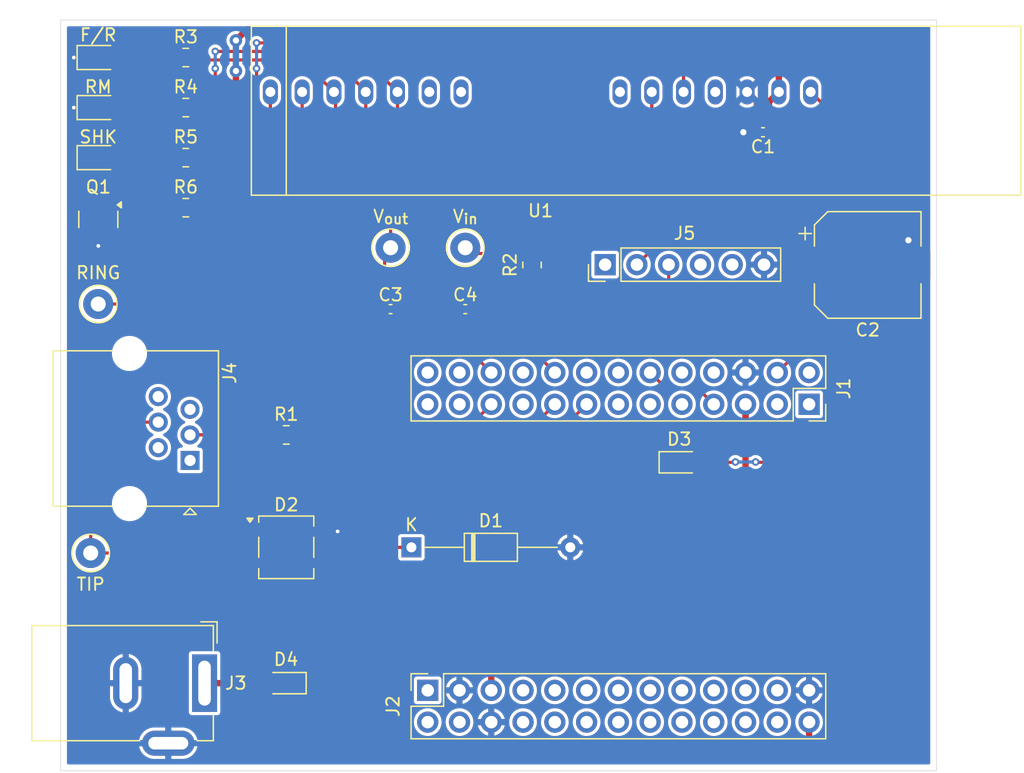
<source format=kicad_pcb>
(kicad_pcb (version 20240108) (generator "pcbnew") (generator_version "8.0")
  (layers (0 "F.Cu" signal) (31 "B.Cu" signal) (34 "B.Paste" user) (35 "F.Paste" user) (36 "B.SilkS" user "B.Silkscreen") (37 "F.SilkS" user "F.Silkscreen") (38 "B.Mask" user) (39 "F.Mask" user) (44 "Edge.Cuts" user))
  (net 0 "")
  (net 1 "/DAC")
  (net 2 "Net-(C4-Pad2)")
  (net 3 "/RING")
  (net 4 "/TIP")
  (net 5 "Net-(D1-K)")
  (net 6 "GND")
  (net 7 "/ADC")
  (net 8 "Net-(D3-A)")
  (net 9 "Net-(D3-K)")
  (net 10 "+3V3")
  (net 15 "/RM")
  (net 16 "/UART_TX")
  (net 19 "/F{slash}R")
  (net 23 "/SHK")
  (net 25 "/UART_RX")
  (net 48 "+5V")
  (net 49 "Net-(Q1-B)")
  (net 50 "Net-(LED1-A)")
  (net 51 "Net-(LED2-A)")
  (net 52 "Net-(LED3-K)")
  (net 53 "Net-(LED3-A)")
  (net 55 "Net-(D4-A)")
  (net 60 "Net-(U1-V_{in})")
  (net 61 "Net-(U1-V_{out})")
  (footprint "LED_SMD:LED_0805_2012Metric" (layer "F.Cu") (at 113.03 68.03)
    (property "Reference" "LED1" (hide yes))
    (property "Value" "F/R" (at 0 -1.8 0) (layer "F.SilkS"))
    (fp_line (start -1.685 -0.96) (end -1.685 0.96) (stroke (width 0.12)) (layer "F.SilkS"))
    (fp_line (start -1.685 0.96) (end 1 0.96) (stroke (width 0.12)) (layer "F.SilkS"))
    (fp_line (start 1 -0.96) (end -1.685 -0.96) (stroke (width 0.12)) (layer "F.SilkS"))
    (pad "1" smd roundrect (at -0.9375 0) (size 0.975 1.4) (layers "F.Cu" "F.Paste" "F.Mask") (net 6 "GND"))
    (pad "2" smd roundrect (at 0.9375 0) (size 0.975 1.4) (layers "F.Cu" "F.Paste" "F.Mask") (net 50 "Net-(LED1-A)"))
  )
  (footprint "Resistor_SMD:R_0805_2012Metric" (layer "F.Cu") (at 120.03 80.03)
    (property "Reference" "R6" (at 0 -1.65 0) (layer "F.SilkS"))
    (property "Value" "4k7")
    (fp_line (start -0.227064 -0.735) (end 0.227064 -0.735) (stroke (width 0.12)) (layer "F.SilkS"))
    (fp_line (start -0.227064 0.735) (end 0.227064 0.735) (stroke (width 0.12)) (layer "F.SilkS"))
    (pad "1" smd roundrect (at -0.9125 0) (size 1.025 1.4) (layers "F.Cu" "F.Paste" "F.Mask") (roundrect_rratio 0.243902) (net 49 "Net-(Q1-B)"))
    (pad "2" smd roundrect (at 0.9125 0) (size 1.025 1.4) (layers "F.Cu" "F.Paste" "F.Mask") (roundrect_rratio 0.243902) (net 23 "/SHK"))
  )
  (footprint "Capacitor_SMD:C_0402_1005Metric" (layer "F.Cu") (at 142.367 88.138)
    (property "Reference" "C4" (at 0 -1.143 180) (layer "F.SilkS"))
    (property "Value" "100n")
    (fp_line (start -0.107836 -0.36) (end 0.107836 -0.36) (stroke (width 0.12)) (layer "F.SilkS"))
    (fp_line (start -0.107836 0.36) (end 0.107836 0.36) (stroke (width 0.12)) (layer "F.SilkS"))
    (pad "1" smd roundrect (at -0.48 0) (size 0.56 0.62) (layers "F.Cu" "F.Paste" "F.Mask") (net 1 "/DAC"))
    (pad "2" smd roundrect (at 0.48 0) (size 0.56 0.62) (layers "F.Cu" "F.Paste" "F.Mask") (net 2 "Net-(C4-Pad2)"))
  )
  (footprint "Resistor_SMD:R_0805_2012Metric" (layer "F.Cu") (at 120.03 68.03)
    (property "Reference" "R3" (at 0 -1.65 0) (layer "F.SilkS"))
    (property "Value" "1k")
    (fp_line (start -0.227064 -0.735) (end 0.227064 -0.735) (stroke (width 0.12)) (layer "F.SilkS"))
    (fp_line (start -0.227064 0.735) (end 0.227064 0.735) (stroke (width 0.12)) (layer "F.SilkS"))
    (pad "1" smd roundrect (at -0.9125 0) (size 1.025 1.4) (layers "F.Cu" "F.Paste" "F.Mask") (roundrect_rratio 0.243902) (net 50 "Net-(LED1-A)"))
    (pad "2" smd roundrect (at 0.9125 0) (size 1.025 1.4) (layers "F.Cu" "F.Paste" "F.Mask") (roundrect_rratio 0.243902) (net 19 "/F{slash}R"))
  )
  (footprint "Diode_SMD:D_SOD-323" (layer "F.Cu") (at 128.04 118.03 180)
    (property "Reference" "D4" (at 0 1.9 0) (layer "F.SilkS"))
    (property "Value" "1N5819WS")
    (fp_line (start -1.61 0.85) (end 1.05 0.85) (stroke (width 0.12)) (layer "F.SilkS"))
    (fp_line (start -1.61 -0.85) (end 1.05 -0.85) (stroke (width 0.12)) (layer "F.SilkS"))
    (fp_line (start -1.61 -0.85) (end -1.61 0.85) (stroke (width 0.12)) (layer "F.SilkS"))
    (pad "1" smd roundrect (at -1.05 0 180) (size 0.6 0.45) (layers "F.Cu" "F.Paste" "F.Mask") (net 48 "+5V"))
    (pad "2" smd roundrect (at 1.05 0 180) (size 0.6 0.45) (layers "F.Cu" "F.Paste" "F.Mask") (net 55 "Net-(D4-A)"))
  )
  (footprint "Capacitor_SMD:C_0402_1005Metric" (layer "F.Cu") (at 166.16 74 180)
    (property "Reference" "C1" (at 0 -1.16 0) (layer "F.SilkS"))
    (property "Value" "10u")
    (fp_line (start -0.107836 0.36) (end 0.107836 0.36) (stroke (width 0.12)) (layer "F.SilkS"))
    (fp_line (start -0.107836 -0.36) (end 0.107836 -0.36) (stroke (width 0.12)) (layer "F.SilkS"))
    (pad "1" smd roundrect (at -0.48 0 180) (size 0.56 0.62) (layers "F.Cu" "F.Paste" "F.Mask") (net 10 "+3V3"))
    (pad "2" smd roundrect (at 0.48 0 180) (size 0.56 0.62) (layers "F.Cu" "F.Paste" "F.Mask") (net 6 "GND"))
  )
  (footprint "Connector_BarrelJack:BarrelJack_GCT_DCJ200-10-A_Horizontal" (layer "F.Cu") (at 121.53 118.03 -90)
    (property "Reference" "J3" (at 0 -2.5 180) (layer "F.SilkS"))
    (property "Value" "Barrel_Jack_Switch")
    (fp_line (start -4.6 13.8) (end -4.6 -0.7) (stroke (width 0.12)) (layer "F.SilkS"))
    (fp_line (start 4.6 13.8) (end -4.6 13.8) (stroke (width 0.12)) (layer "F.SilkS"))
    (fp_line (start 4.6 5.2) (end 4.6 13.8) (stroke (width 0.12)) (layer "F.SilkS"))
    (fp_line (start -4.6 -0.7) (end -2.6 -0.7) (stroke (width 0.12)) (layer "F.SilkS"))
    (fp_line (start 2.6 -0.7) (end 4.6 -0.7) (stroke (width 0.12)) (layer "F.SilkS"))
    (fp_line (start 4.6 -0.7) (end 4.6 0.6) (stroke (width 0.12)) (layer "F.SilkS"))
    (fp_line (start -4.9 -1) (end -4.9 0.3) (stroke (width 0.12)) (layer "F.SilkS"))
    (fp_line (start -3.2 -1) (end -4.9 -1) (stroke (width 0.12)) (layer "F.SilkS"))
    (pad "1" thru_hole rect (at 0 0 270) (size 4.6 2) (drill oval 3.6 1) (layers "*.Cu" "*.Mask") (net 55 "Net-(D4-A)"))
    (pad "2" thru_hole oval (at 0 6.3 270) (size 4.2 2) (drill oval 3.2 1) (layers "*.Cu" "*.Mask") (net 6 "GND"))
    (pad "3" thru_hole oval (at 4.8 2.9 270) (size 2 4.2) (drill oval 1 3.2) (layers "*.Cu" "*.Mask") (net 6 "GND"))
  )
  (footprint "Connector_Pin:Pin_D1.0mm_L10.0mm_LooseFit" (layer "F.Cu") (at 136.398 83.23)
    (property "Reference" "TP3" (hide yes))
    (property "Value" "V_{out}" (at 0 -2.5 0) (layer "F.SilkS"))
    (fp_circle (center 0 0) (end 1.5 0.05) (stroke (width 0.12)) (fill none) (layer "F.SilkS"))
    (pad "1" thru_hole circle (at 0 0) (size 2.4 2.4) (drill 1.2) (layers "*.Cu" "*.Mask") (net 61 "Net-(U1-V_{out})"))
  )
  (footprint "Diode_SMD:D_SOD-323" (layer "F.Cu") (at 159.47 100.38)
    (property "Reference" "D3" (at 0 -1.85 0) (layer "F.SilkS"))
    (property "Value" "BAS16")
    (fp_line (start -1.61 -0.85) (end -1.61 0.85) (stroke (width 0.12)) (layer "F.SilkS"))
    (fp_line (start -1.61 -0.85) (end 1.05 -0.85) (stroke (width 0.12)) (layer "F.SilkS"))
    (fp_line (start -1.61 0.85) (end 1.05 0.85) (stroke (width 0.12)) (layer "F.SilkS"))
    (pad "1" smd roundrect (at -1.05 0) (size 0.6 0.45) (layers "F.Cu" "F.Paste" "F.Mask") (net 9 "Net-(D3-K)"))
    (pad "2" smd roundrect (at 1.05 0) (size 0.6 0.45) (layers "F.Cu" "F.Paste" "F.Mask") (net 8 "Net-(D3-A)"))
  )
  (footprint "Resistor_SMD:R_0805_2012Metric" (layer "F.Cu") (at 128.06 98.19)
    (property "Reference" "R1" (at 0 -1.65 0) (layer "F.SilkS"))
    (property "Value" "39k")
    (fp_line (start -0.227064 -0.735) (end 0.227064 -0.735) (stroke (width 0.12)) (layer "F.SilkS"))
    (fp_line (start -0.227064 0.735) (end 0.227064 0.735) (stroke (width 0.12)) (layer "F.SilkS"))
    (pad "1" smd roundrect (at -0.9125 0) (size 1.025 1.4) (layers "F.Cu" "F.Paste" "F.Mask") (roundrect_rratio 0.243902) (net 3 "/RING"))
    (pad "2" smd roundrect (at 0.9125 0) (size 1.025 1.4) (layers "F.Cu" "F.Paste" "F.Mask") (roundrect_rratio 0.243902) (net 4 "/TIP"))
  )
  (footprint "LED_SMD:LED_0805_2012Metric" (layer "F.Cu") (at 113.03 72.03)
    (property "Reference" "LED2" (hide yes))
    (property "Value" "RM" (at 0 -1.65 0) (layer "F.SilkS"))
    (fp_line (start -1.685 -0.96) (end -1.685 0.96) (stroke (width 0.12)) (layer "F.SilkS"))
    (fp_line (start -1.685 0.96) (end 1 0.96) (stroke (width 0.12)) (layer "F.SilkS"))
    (fp_line (start 1 -0.96) (end -1.685 -0.96) (stroke (width 0.12)) (layer "F.SilkS"))
    (pad "1" smd roundrect (at -0.9375 0) (size 0.975 1.4) (layers "F.Cu" "F.Paste" "F.Mask") (net 6 "GND"))
    (pad "2" smd roundrect (at 0.9375 0) (size 0.975 1.4) (layers "F.Cu" "F.Paste" "F.Mask") (net 51 "Net-(LED2-A)"))
  )
  (footprint "Diode_THT:D_DO-35_SOD27_P12.70mm_Horizontal" (layer "F.Cu") (at 138.06 107.175)
    (property "Reference" "D1" (at 6.35 -2.12 0) (layer "F.SilkS"))
    (property "Value" "BZT03C82")
    (fp_line (start 1.04 0) (end 4.23 0) (stroke (width 0.12)) (layer "F.SilkS"))
    (fp_line (start 4.23 -1.12) (end 4.23 1.12) (stroke (width 0.12)) (layer "F.SilkS"))
    (fp_line (start 4.23 1.12) (end 8.47 1.12) (stroke (width 0.12)) (layer "F.SilkS"))
    (fp_line (start 4.83 -1.12) (end 4.83 1.12) (stroke (width 0.12)) (layer "F.SilkS"))
    (fp_line (start 4.95 -1.12) (end 4.95 1.12) (stroke (width 0.12)) (layer "F.SilkS"))
    (fp_line (start 5.07 -1.12) (end 5.07 1.12) (stroke (width 0.12)) (layer "F.SilkS"))
    (fp_line (start 8.47 -1.12) (end 4.23 -1.12) (stroke (width 0.12)) (layer "F.SilkS"))
    (fp_line (start 8.47 1.12) (end 8.47 -1.12) (stroke (width 0.12)) (layer "F.SilkS"))
    (fp_line (start 11.66 0) (end 8.47 0) (stroke (width 0.12)) (layer "F.SilkS"))
    (fp_text user "K" (at 0 -1.8 0) (layer "F.SilkS"))
    (pad "1" thru_hole rect (at 0 0) (size 1.6 1.6) (drill 0.8) (layers "*.Cu" "*.Mask") (net 5 "Net-(D1-K)"))
    (pad "2" thru_hole oval (at 12.7 0) (size 1.6 1.6) (drill 0.8) (layers "*.Cu" "*.Mask") (net 6 "GND"))
  )
  (footprint "Connector_PinHeader_2.54mm:PinHeader_1x06_P2.54mm_Vertical" (layer "F.Cu") (at 153.543 84.582 90)
    (property "Reference" "J5" (at 2.5 6.35 0) (layer "F.SilkS"))
    (property "Value" "FTDI")
    (fp_line (start -1.33 -1.33) (end 0 -1.33) (stroke (width 0.12)) (layer "F.SilkS"))
    (fp_line (start -1.33 0) (end -1.33 -1.33) (stroke (width 0.12)) (layer "F.SilkS"))
    (fp_line (start 1.33 1.27) (end 1.33 14.03) (stroke (width 0.12)) (layer "F.SilkS"))
    (fp_line (start -1.33 1.27) (end 1.33 1.27) (stroke (width 0.12)) (layer "F.SilkS"))
    (fp_line (start -1.33 1.27) (end -1.33 14.03) (stroke (width 0.12)) (layer "F.SilkS"))
    (fp_line (start -1.33 14.03) (end 1.33 14.03) (stroke (width 0.12)) (layer "F.SilkS"))
    (pad "1" thru_hole rect (at 0 0 90) (size 1.7 1.7) (drill 1) (layers "*.Cu" "*.Mask"))
    (pad "2" thru_hole oval (at 0 2.54 90) (size 1.7 1.7) (drill 1) (layers "*.Cu" "*.Mask") (net 16 "/UART_TX"))
    (pad "3" thru_hole oval (at 0 5.08 90) (size 1.7 1.7) (drill 1) (layers "*.Cu" "*.Mask") (net 25 "/UART_RX"))
    (pad "4" thru_hole oval (at 0 7.62 90) (size 1.7 1.7) (drill 1) (layers "*.Cu" "*.Mask"))
    (pad "5" thru_hole oval (at 0 10.16 90) (size 1.7 1.7) (drill 1) (layers "*.Cu" "*.Mask"))
    (pad "6" thru_hole oval (at 0 12.7 90) (size 1.7 1.7) (drill 1) (layers "*.Cu" "*.Mask") (net 6 "GND"))
  )
  (footprint "Resistor_SMD:R_0805_2012Metric" (layer "F.Cu") (at 120.03 76.03)
    (property "Reference" "R5" (at 0 -1.65 0) (layer "F.SilkS"))
    (property "Value" "1k")
    (fp_line (start -0.227064 -0.735) (end 0.227064 -0.735) (stroke (width 0.12)) (layer "F.SilkS"))
    (fp_line (start -0.227064 0.735) (end 0.227064 0.735) (stroke (width 0.12)) (layer "F.SilkS"))
    (pad "1" smd roundrect (at -0.9125 0) (size 1.025 1.4) (layers "F.Cu" "F.Paste" "F.Mask") (roundrect_rratio 0.243902) (net 53 "Net-(LED3-A)"))
    (pad "2" smd roundrect (at 0.9125 0) (size 1.025 1.4) (layers "F.Cu" "F.Paste" "F.Mask") (roundrect_rratio 0.243902) (net 10 "+3V3"))
  )
  (footprint "Connector_PinSocket_2.54mm:PinSocket_2x13_P2.54mm_Vertical" (layer "F.Cu") (at 169.845 95.745 -90)
    (property "Reference" "J1" (at -1.27 -2.77 90) (layer "F.SilkS"))
    (property "Value" "EXT1")
    (fp_line (start -3.87 31.81) (end 1.33 31.81) (stroke (width 0.12)) (layer "F.SilkS"))
    (fp_line (start -1.27 1.27) (end 1.33 1.27) (stroke (width 0.12)) (layer "F.SilkS"))
    (fp_line (start 1.33 1.27) (end 1.33 31.81) (stroke (width 0.12)) (layer "F.SilkS"))
    (fp_line (start -3.87 -1.33) (end -3.87 31.81) (stroke (width 0.12)) (layer "F.SilkS"))
    (fp_line (start -3.87 -1.33) (end -1.27 -1.33) (stroke (width 0.12)) (layer "F.SilkS"))
    (fp_line (start -1.27 -1.33) (end -1.27 1.27) (stroke (width 0.12)) (layer "F.SilkS"))
    (fp_line (start 0 -1.33) (end 1.33 -1.33) (stroke (width 0.12)) (layer "F.SilkS"))
    (fp_line (start 1.33 -1.33) (end 1.33 0) (stroke (width 0.12)) (layer "F.SilkS"))
    (pad "1" thru_hole rect (at 0 0 270) (size 1.7 1.7) (drill 1) (layers "*.Cu" "*.Mask"))
    (pad "2" thru_hole oval (at -2.54 0 270) (size 1.7 1.7) (drill 1) (layers "*.Cu" "*.Mask"))
    (pad "3" thru_hole oval (at 0 2.54 270) (size 1.7 1.7) (drill 1) (layers "*.Cu" "*.Mask"))
    (pad "4" thru_hole oval (at -2.54 2.54 270) (size 1.7 1.7) (drill 1) (layers "*.Cu" "*.Mask") (net 16 "/UART_TX"))
    (pad "5" thru_hole oval (at 0 5.08 270) (size 1.7 1.7) (drill 1) (layers "*.Cu" "*.Mask") (net 10 "+3V3"))
    (pad "6" thru_hole oval (at -2.54 5.08 270) (size 1.7 1.7) (drill 1) (layers "*.Cu" "*.Mask") (net 6 "GND"))
    (pad "7" thru_hole oval (at 0 7.62 270) (size 1.7 1.7) (drill 1) (layers "*.Cu" "*.Mask") (net 25 "/UART_RX"))
    (pad "8" thru_hole oval (at -2.54 7.62 270) (size 1.7 1.7) (drill 1) (layers "*.Cu" "*.Mask"))
    (pad "9" thru_hole oval (at 0 10.16 270) (size 1.7 1.7) (drill 1) (layers "*.Cu" "*.Mask"))
    (pad "10" thru_hole oval (at -2.54 10.16 270) (size 1.7 1.7) (drill 1) (layers "*.Cu" "*.Mask"))
    (pad "11" thru_hole oval (at 0 12.7 270) (size 1.7 1.7) (drill 1) (layers "*.Cu" "*.Mask"))
    (pad "12" thru_hole oval (at -2.54 12.7 270) (size 1.7 1.7) (drill 1) (layers "*.Cu" "*.Mask") (net 9 "Net-(D3-K)"))
    (pad "13" thru_hole oval (at 0 15.24 270) (size 1.7 1.7) (drill 1) (layers "*.Cu" "*.Mask"))
    (pad "14" thru_hole oval (at -2.54 15.24 270) (size 1.7 1.7) (drill 1) (layers "*.Cu" "*.Mask"))
    (pad "15" thru_hole oval (at 0 17.78 270) (size 1.7 1.7) (drill 1) (layers "*.Cu" "*.Mask") (net 19 "/F{slash}R"))
    (pad "16" thru_hole oval (at -2.54 17.78 270) (size 1.7 1.7) (drill 1) (layers "*.Cu" "*.Mask"))
    (pad "17" thru_hole oval (at 0 20.32 270) (size 1.7 1.7) (drill 1) (layers "*.Cu" "*.Mask") (net 15 "/RM"))
    (pad "18" thru_hole oval (at -2.54 20.32 270) (size 1.7 1.7) (drill 1) (layers "*.Cu" "*.Mask") (net 1 "/DAC"))
    (pad "19" thru_hole oval (at 0 22.86 270) (size 1.7 1.7) (drill 1) (layers "*.Cu" "*.Mask"))
    (pad "20" thru_hole oval (at -2.54 22.86 270) (size 1.7 1.7) (drill 1) (layers "*.Cu" "*.Mask"))
    (pad "21" thru_hole oval (at 0 25.4 270) (size 1.7 1.7) (drill 1) (layers "*.Cu" "*.Mask") (net 23 "/SHK"))
    (pad "22" thru_hole oval (at -2.54 25.4 270) (size 1.7 1.7) (drill 1) (layers "*.Cu" "*.Mask") (net 7 "/ADC"))
    (pad "23" thru_hole oval (at 0 27.94 270) (size 1.7 1.7) (drill 1) (layers "*.Cu" "*.Mask"))
    (pad "24" thru_hole oval (at -2.54 27.94 270) (size 1.7 1.7) (drill 1) (layers "*.Cu" "*.Mask"))
    (pad "25" thru_hole oval (at 0 30.48 270) (size 1.7 1.7) (drill 1) (layers "*.Cu" "*.Mask"))
    (pad "26" thru_hole oval (at -2.54 30.48 270) (size 1.7 1.7) (drill 1) (layers "*.Cu" "*.Mask"))
  )
  (footprint "Local:Ag1171" (layer "F.Cu") (at 148.38 70.78)
    (property "Reference" "U1" (at 0 9.5 0) (layer "F.SilkS"))
    (property "Value" "Ag1171")
    (fp_line (start -23.11 -5.25) (end 38.39 -5.25) (stroke (width 0.12)) (layer "F.SilkS"))
    (fp_line (start -23.11 8.25) (end -23.11 -5.25) (stroke (width 0.12)) (layer "F.SilkS"))
    (fp_line (start -20.32 -5.25) (end -20.32 8.25) (stroke (width 0.12)) (layer "F.SilkS"))
    (fp_line (start 38.39 -5.25) (end 38.39 8.25) (stroke (width 0.12)) (layer "F.SilkS"))
    (fp_line (start 38.39 8.25) (end -23.11 8.25) (stroke (width 0.12)) (layer "F.SilkS"))
    (pad "1" thru_hole oval (at -21.59 0) (size 1.2 2) (drill 0.8) (layers "*.Cu" "*.Mask") (net 3 "/RING"))
    (pad "2" thru_hole oval (at -19.05 0) (size 1.2 2) (drill 0.8) (layers "*.Cu" "*.Mask") (net 4 "/TIP"))
    (pad "3" thru_hole oval (at -16.51 0) (size 1.2 2) (drill 0.8) (layers "*.Cu" "*.Mask") (net 19 "/F{slash}R"))
    (pad "4" thru_hole oval (at -13.97 0) (size 1.2 2) (drill 0.8) (layers "*.Cu" "*.Mask") (net 15 "/RM"))
    (pad "5" thru_hole oval (at -11.43 0) (size 1.2 2) (drill 0.8) (layers "*.Cu" "*.Mask") (net 23 "/SHK"))
    (pad "6" thru_hole oval (at -8.89 0) (size 1.2 2) (drill 0.8) (layers "*.Cu" "*.Mask"))
    (pad "7" thru_hole oval (at -6.35 0) (size 1.2 2) (drill 0.8) (layers "*.Cu" "*.Mask"))
    (pad "8" thru_hole oval (at 6.35 0) (size 1.2 2) (drill 0.8) (layers "*.Cu" "*.Mask"))
    (pad "9" thru_hole oval (at 8.89 0) (size 1.2 2) (drill 0.8) (layers "*.Cu" "*.Mask") (net 60 "Net-(U1-V_{in})"))
    (pad "10" thru_hole oval (at 11.43 0) (size 1.2 2) (drill 0.8) (layers "*.Cu" "*.Mask") (net 61 "Net-(U1-V_{out})"))
    (pad "11" thru_hole oval (at 13.97 0) (size 1.2 2) (drill 0.8) (layers "*.Cu" "*.Mask"))
    (pad "12" thru_hole oval (at 16.51 0) (size 1.2 2) (drill 0.8) (layers "*.Cu" "*.Mask") (net 6 "GND"))
    (pad "13" thru_hole oval (at 19.05 0) (size 1.2 2) (drill 0.8) (layers "*.Cu" "*.Mask") (net 10 "+3V3"))
    (pad "14" thru_hole oval (at 21.59 0) (size 1.2 2) (drill 0.8) (layers "*.Cu" "*.Mask") (net 8 "Net-(D3-A)"))
  )
  (footprint "Resistor_SMD:R_0805_2012Metric" (layer "F.Cu") (at 120.03 72.03)
    (property "Reference" "R4" (at 0 -1.65 0) (layer "F.SilkS"))
    (property "Value" "1k")
    (fp_line (start -0.227064 -0.735) (end 0.227064 -0.735) (stroke (width 0.12)) (layer "F.SilkS"))
    (fp_line (start -0.227064 0.735) (end 0.227064 0.735) (stroke (width 0.12)) (layer "F.SilkS"))
    (pad "1" smd roundrect (at -0.9125 0) (size 1.025 1.4) (layers "F.Cu" "F.Paste" "F.Mask") (roundrect_rratio 0.243902) (net 51 "Net-(LED2-A)"))
    (pad "2" smd roundrect (at 0.9125 0) (size 1.025 1.4) (layers "F.Cu" "F.Paste" "F.Mask") (roundrect_rratio 0.243902) (net 15 "/RM"))
  )
  (footprint "Resistor_SMD:R_0805_2012Metric" (layer "F.Cu") (at 147.701 84.607 90)
    (property "Reference" "R2" (at 0 -1.75 90) (layer "F.SilkS"))
    (property "Value" "4k7")
    (fp_line (start -0.227064 -0.735) (end 0.227064 -0.735) (stroke (width 0.12)) (layer "F.SilkS"))
    (fp_line (start -0.227064 0.735) (end 0.227064 0.735) (stroke (width 0.12)) (layer "F.SilkS"))
    (pad "1" smd roundrect (at -0.9125 0 90) (size 1.025 1.4) (layers "F.Cu" "F.Paste" "F.Mask") (roundrect_rratio 0.243902) (net 2 "Net-(C4-Pad2)"))
    (pad "2" smd roundrect (at 0.9125 0 90) (size 1.025 1.4) (layers "F.Cu" "F.Paste" "F.Mask") (roundrect_rratio 0.243902) (net 60 "Net-(U1-V_{in})"))
  )
  (footprint "Connector_PinSocket_2.54mm:PinSocket_2x13_P2.54mm_Vertical" (layer "F.Cu") (at 139.365 118.605 90)
    (property "Reference" "J2" (at -1.27 -2.77 90) (layer "F.SilkS"))
    (property "Value" "EXT2")
    (fp_line (start 1.33 -1.33) (end 1.33 0) (stroke (width 0.12)) (layer "F.SilkS"))
    (fp_line (start 0 -1.33) (end 1.33 -1.33) (stroke (width 0.12)) (layer "F.SilkS"))
    (fp_line (start -1.27 -1.33) (end -1.27 1.27) (stroke (width 0.12)) (layer "F.SilkS"))
    (fp_line (start -3.87 -1.33) (end -1.27 -1.33) (stroke (width 0.12)) (layer "F.SilkS"))
    (fp_line (start -3.87 -1.33) (end -3.87 31.81) (stroke (width 0.12)) (layer "F.SilkS"))
    (fp_line (start 1.33 1.27) (end 1.33 31.81) (stroke (width 0.12)) (layer "F.SilkS"))
    (fp_line (start -1.27 1.27) (end 1.33 1.27) (stroke (width 0.12)) (layer "F.SilkS"))
    (fp_line (start -3.87 31.81) (end 1.33 31.81) (stroke (width 0.12)) (layer "F.SilkS"))
    (pad "1" thru_hole rect (at 0 0 90) (size 1.7 1.7) (drill 1) (layers "*.Cu" "*.Mask"))
    (pad "2" thru_hole oval (at -2.54 0 90) (size 1.7 1.7) (drill 1) (layers "*.Cu" "*.Mask"))
    (pad "3" thru_hole oval (at 0 2.54 90) (size 1.7 1.7) (drill 1) (layers "*.Cu" "*.Mask") (net 6 "GND"))
    (pad "4" thru_hole oval (at -2.54 2.54 90) (size 1.7 1.7) (drill 1) (layers "*.Cu" "*.Mask"))
    (pad "5" thru_hole oval (at 0 5.08 90) (size 1.7 1.7) (drill 1) (layers "*.Cu" "*.Mask") (net 10 "+3V3"))
    (pad "6" thru_hole oval (at -2.54 5.08 90) (size 1.7 1.7) (drill 1) (layers "*.Cu" "*.Mask") (net 6 "GND"))
    (pad "7" thru_hole oval (at 0 7.62 90) (size 1.7 1.7) (drill 1) (layers "*.Cu" "*.Mask"))
    (pad "8" thru_hole oval (at -2.54 7.62 90) (size 1.7 1.7) (drill 1) (layers "*.Cu" "*.Mask"))
    (pad "9" thru_hole oval (at 0 10.16 90) (size 1.7 1.7) (drill 1) (layers "*.Cu" "*.Mask"))
    (pad "10" thru_hole oval (at -2.54 10.16 90) (size 1.7 1.7) (drill 1) (layers "*.Cu" "*.Mask"))
    (pad "11" thru_hole oval (at 0 12.7 90) (size 1.7 1.7) (drill 1) (layers "*.Cu" "*.Mask"))
    (pad "12" thru_hole oval (at -2.54 12.7 90) (size 1.7 1.7) (drill 1) (layers "*.Cu" "*.Mask"))
    (pad "13" thru_hole oval (at 0 15.24 90) (size 1.7 1.7) (drill 1) (layers "*.Cu" "*.Mask"))
    (pad "14" thru_hole oval (at -2.54 15.24 90) (size 1.7 1.7) (drill 1) (layers "*.Cu" "*.Mask"))
    (pad "15" thru_hole oval (at 0 17.78 90) (size 1.7 1.7) (drill 1) (layers "*.Cu" "*.Mask"))
    (pad "16" thru_hole oval (at -2.54 17.78 90) (size 1.7 1.7) (drill 1) (layers "*.Cu" "*.Mask"))
    (pad "17" thru_hole oval (at 0 20.32 90) (size 1.7 1.7) (drill 1) (layers "*.Cu" "*.Mask"))
    (pad "18" thru_hole oval (at -2.54 20.32 90) (size 1.7 1.7) (drill 1) (layers "*.Cu" "*.Mask"))
    (pad "19" thru_hole oval (at 0 22.86 90) (size 1.7 1.7) (drill 1) (layers "*.Cu" "*.Mask"))
    (pad "20" thru_hole oval (at -2.54 22.86 90) (size 1.7 1.7) (drill 1) (layers "*.Cu" "*.Mask"))
    (pad "21" thru_hole oval (at 0 25.4 90) (size 1.7 1.7) (drill 1) (layers "*.Cu" "*.Mask"))
    (pad "22" thru_hole oval (at -2.54 25.4 90) (size 1.7 1.7) (drill 1) (layers "*.Cu" "*.Mask"))
    (pad "23" thru_hole oval (at 0 27.94 90) (size 1.7 1.7) (drill 1) (layers "*.Cu" "*.Mask"))
    (pad "24" thru_hole oval (at -2.54 27.94 90) (size 1.7 1.7) (drill 1) (layers "*.Cu" "*.Mask"))
    (pad "25" thru_hole oval (at 0 30.48 90) (size 1.7 1.7) (drill 1) (layers "*.Cu" "*.Mask") (net 6 "GND"))
    (pad "26" thru_hole oval (at -2.54 30.48 90) (size 1.7 1.7) (drill 1) (layers "*.Cu" "*.Mask") (net 48 "+5V"))
  )
  (footprint "Connector_Pin:Pin_D1.0mm_L10.0mm_LooseFit" (layer "F.Cu") (at 113.03 87.73)
    (property "Reference" "TP2" (hide yes))
    (property "Value" "RING" (at 0 -2.5 0) (layer "F.SilkS"))
    (fp_circle (center 0 0) (end 1.5 0.05) (stroke (width 0.12)) (fill none) (layer "F.SilkS"))
    (pad "1" thru_hole circle (at 0 0) (size 2.4 2.4) (drill 1.2) (layers "*.Cu" "*.Mask") (net 3 "/RING"))
  )
  (footprint "Connector_Pin:Pin_D1.0mm_L10.0mm_LooseFit" (layer "F.Cu") (at 142.367 83.23)
    (property "Reference" "TP4" (hide yes))
    (property "Value" "V_{in}" (at 0 -2.5 0) (layer "F.SilkS"))
    (fp_circle (center 0 0) (end 1.5 0.05) (stroke (width 0.12)) (fill none) (layer "F.SilkS"))
    (pad "1" thru_hole circle (at 0 0) (size 2.4 2.4) (drill 1.2) (layers "*.Cu" "*.Mask") (net 60 "Net-(U1-V_{in})"))
  )
  (footprint "Connector_RJ:RJ25_Wayconn_MJEA-660X1_Horizontal" (layer "F.Cu") (at 120.37 100.23 -90)
    (property "Reference" "J4" (at -6.985 -3.175 90) (layer "F.SilkS"))
    (property "Value" "6P6C")
    (fp_line (start -8.76 10.95) (end 3.66 10.95) (stroke (width 0.12)) (layer "F.SilkS"))
    (fp_line (start -8.76 6.22) (end -8.76 10.95) (stroke (width 0.12)) (layer "F.SilkS"))
    (fp_line (start 3.66 6.22) (end 3.66 10.95) (stroke (width 0.12)) (layer "F.SilkS"))
    (fp_line (start 3.82 0) (end 4.32 0.5) (stroke (width 0.12)) (layer "F.SilkS"))
    (fp_line (start 4.32 -0.5) (end 4.32 0.5) (stroke (width 0.12)) (layer "F.SilkS"))
    (fp_line (start 4.32 -0.5) (end 3.82 0) (stroke (width 0.12)) (layer "F.SilkS"))
    (fp_line (start -8.76 -2.27) (end -8.76 3.47) (stroke (width 0.12)) (layer "F.SilkS"))
    (fp_line (start -8.76 -2.27) (end 3.66 -2.27) (stroke (width 0.12)) (layer "F.SilkS"))
    (fp_line (start 3.66 -2.27) (end 3.66 3.47) (stroke (width 0.12)) (layer "F.SilkS"))
    (pad "" np_thru_hole circle (at -8.55 4.84 270) (size 2.3 2.3) (drill 2.3) (layers "*.Cu" "*.Mask"))
    (pad "" np_thru_hole circle (at 3.45 4.84 270) (size 2.3 2.3) (drill 2.3) (layers "*.Cu" "*.Mask"))
    (pad "1" thru_hole rect (at 0 0 270) (size 1.52 1.52) (drill 0.9) (layers "*.Cu" "*.Mask"))
    (pad "2" thru_hole circle (at -1.02 2.54 270) (size 1.52 1.52) (drill 0.9) (layers "*.Cu" "*.Mask"))
    (pad "3" thru_hole circle (at -2.04 0 270) (size 1.52 1.52) (drill 0.9) (layers "*.Cu" "*.Mask") (net 3 "/RING"))
    (pad "4" thru_hole circle (at -3.06 2.54 270) (size 1.52 1.52) (drill 0.9) (layers "*.Cu" "*.Mask") (net 4 "/TIP"))
    (pad "5" thru_hole circle (at -4.08 0 270) (size 1.52 1.52) (drill 0.9) (layers "*.Cu" "*.Mask"))
    (pad "6" thru_hole circle (at -5.1 2.54 270) (size 1.52 1.52) (drill 0.9) (layers "*.Cu" "*.Mask"))
  )
  (footprint "Package_TO_SOT_SMD:SOT-23" (layer "F.Cu") (at 113.04 80.9675 -90)
    (property "Reference" "Q1" (at -2.5875 0 0) (layer "F.SilkS"))
    (property "Value" "Q_NPN_BCE")
    (fp_line (start 0 1.56) (end -0.65 1.56) (stroke (width 0.12)) (layer "F.SilkS"))
    (fp_line (start 0 1.56) (end 0.65 1.56) (stroke (width 0.12)) (layer "F.SilkS"))
    (fp_line (start 0 -1.56) (end -0.65 -1.56) (stroke (width 0.12)) (layer "F.SilkS"))
    (fp_line (start 0 -1.56) (end 0.65 -1.56) (stroke (width 0.12)) (layer "F.SilkS"))
    (fp_poly (pts (xy -1.1625 -1.51) (xy -1.4025 -1.84) (xy -0.9225 -1.84) (xy -1.1625 -1.51)) (stroke (width 0.12)) (fill solid) (layer "F.SilkS"))
    (pad "1" smd roundrect (at -0.9375 -0.95 270) (size 1.475 0.6) (layers "F.Cu" "F.Paste" "F.Mask") (net 49 "Net-(Q1-B)"))
    (pad "2" smd roundrect (at -0.9375 0.95 270) (size 1.475 0.6) (layers "F.Cu" "F.Paste" "F.Mask") (net 52 "Net-(LED3-K)"))
    (pad "3" smd roundrect (at 0.9375 0 270) (size 1.475 0.6) (layers "F.Cu" "F.Paste" "F.Mask") (net 6 "GND"))
  )
  (footprint "LED_SMD:LED_0805_2012Metric" (layer "F.Cu") (at 113.03 76.03)
    (property "Reference" "LED3" (hide yes))
    (property "Value" "SHK" (at 0 -1.65 0) (layer "F.SilkS"))
    (fp_line (start -1.685 -0.96) (end -1.685 0.96) (stroke (width 0.12)) (layer "F.SilkS"))
    (fp_line (start -1.685 0.96) (end 1 0.96) (stroke (width 0.12)) (layer "F.SilkS"))
    (fp_line (start 1 -0.96) (end -1.685 -0.96) (stroke (width 0.12)) (layer "F.SilkS"))
    (pad "1" smd roundrect (at -0.9375 0) (size 0.975 1.4) (layers "F.Cu" "F.Paste" "F.Mask") (net 52 "Net-(LED3-K)"))
    (pad "2" smd roundrect (at 0.9375 0) (size 0.975 1.4) (layers "F.Cu" "F.Paste" "F.Mask") (net 53 "Net-(LED3-A)"))
  )
  (footprint "Connector_Pin:Pin_D1.0mm_L10.0mm_LooseFit" (layer "F.Cu") (at 112.43 107.63)
    (property "Reference" "TP1" (hide yes))
    (property "Value" "TIP" (at 0 2.5 0) (layer "F.SilkS"))
    (fp_circle (center 0 0) (end 1.5 0.05) (stroke (width 0.12)) (fill none) (layer "F.SilkS"))
    (pad "1" thru_hole circle (at 0 0) (size 2.4 2.4) (drill 1.2) (layers "*.Cu" "*.Mask") (net 4 "/TIP"))
  )
  (footprint "Package_TO_SOT_SMD:TO-269AA" (layer "F.Cu") (at 128.06 107.175)
    (property "Reference" "D2" (at 0 -3.4 0) (layer "F.SilkS"))
    (property "Value" "MB4S")
    (fp_line (start -2.2 -2.5) (end -2.2 -2) (stroke (width 0.12)) (layer "F.SilkS"))
    (fp_line (start -2.2 -0.8) (end -2.2 0.8) (stroke (width 0.12)) (layer "F.SilkS"))
    (fp_line (start -2.2 2.5) (end -2.2 1.7) (stroke (width 0.12)) (layer "F.SilkS"))
    (fp_line (start 2.2 -2.5) (end -2.2 -2.5) (stroke (width 0.12)) (layer "F.SilkS"))
    (fp_line (start 2.2 -1.7) (end 2.2 -2.5) (stroke (width 0.12)) (layer "F.SilkS"))
    (fp_line (start 2.2 -0.8) (end 2.2 0.8) (stroke (width 0.12)) (layer "F.SilkS"))
    (fp_line (start 2.2 1.7) (end 2.2 2.5) (stroke (width 0.12)) (layer "F.SilkS"))
    (fp_line (start 2.2 2.5) (end -2.2 2.5) (stroke (width 0.12)) (layer "F.SilkS"))
    (fp_poly (pts (xy -2.9 -2) (xy -3.14 -2.33) (xy -2.66 -2.33) (xy -2.9 -2)) (stroke (width 0.12)) (fill solid) (layer "F.SilkS"))
    (pad "1" smd roundrect (at -3.075 -1.27) (size 1 0.8) (layers "F.Cu" "F.Paste" "F.Mask") (net 3 "/RING"))
    (pad "2" smd roundrect (at -3.075 1.27) (size 1 0.8) (layers "F.Cu" "F.Paste" "F.Mask") (net 4 "/TIP"))
    (pad "3" smd roundrect (at 3.075 1.27) (size 1 0.8) (layers "F.Cu" "F.Paste" "F.Mask") (net 5 "Net-(D1-K)"))
    (pad "4" smd roundrect (at 3.075 -1.27) (size 1 0.8) (layers "F.Cu" "F.Paste" "F.Mask") (net 6 "GND"))
  )
  (footprint "Capacitor_SMD:C_0402_1005Metric" (layer "F.Cu") (at 136.398 88.138 180)
    (property "Reference" "C3" (at 0 1.143 180) (layer "F.SilkS"))
    (property "Value" "100n")
    (fp_line (start -0.107836 0.36) (end 0.107836 0.36) (stroke (width 0.12)) (layer "F.SilkS"))
    (fp_line (start -0.107836 -0.36) (end 0.107836 -0.36) (stroke (width 0.12)) (layer "F.SilkS"))
    (pad "1" smd roundrect (at -0.48 0 180) (size 0.56 0.62) (layers "F.Cu" "F.Paste" "F.Mask") (net 7 "/ADC"))
    (pad "2" smd roundrect (at 0.48 0 180) (size 0.56 0.62) (layers "F.Cu" "F.Paste" "F.Mask") (net 61 "Net-(U1-V_{out})"))
  )
  (footprint "Capacitor_SMD:CP_Elec_8x10" (layer "F.Cu") (at 174.53 84.607)
    (property "Reference" "C2" (at 0 5.2 0) (layer "F.SilkS"))
    (property "Value" "470u")
    (fp_line (start -5.5 -2.51) (end -4.5 -2.51) (stroke (width 0.12)) (layer "F.SilkS"))
    (fp_line (start -5 -3.01) (end -5 -2.01) (stroke (width 0.12)) (layer "F.SilkS"))
    (fp_line (start -4.26 -3.195563) (end -4.26 -1.51) (stroke (width 0.12)) (layer "F.SilkS"))
    (fp_line (start -4.26 -3.195563) (end -3.195563 -4.26) (stroke (width 0.12)) (layer "F.SilkS"))
    (fp_line (start -4.26 3.195563) (end -4.26 1.51) (stroke (width 0.12)) (layer "F.SilkS"))
    (fp_line (start -4.26 3.195563) (end -3.195563 4.26) (stroke (width 0.12)) (layer "F.SilkS"))
    (fp_line (start -3.195563 -4.26) (end 4.26 -4.26) (stroke (width 0.12)) (layer "F.SilkS"))
    (fp_line (start -3.195563 4.26) (end 4.26 4.26) (stroke (width 0.12)) (layer "F.SilkS"))
    (fp_line (start 4.26 -4.26) (end 4.26 -1.51) (stroke (width 0.12)) (layer "F.SilkS"))
    (fp_line (start 4.26 4.26) (end 4.26 1.51) (stroke (width 0.12)) (layer "F.SilkS"))
    (pad "1" smd roundrect (at -3.25 0) (size 3.5 2.5) (layers "F.Cu" "F.Paste" "F.Mask") (roundrect_rratio 0.1) (net 10 "+3V3"))
    (pad "2" smd roundrect (at 3.25 0) (size 3.5 2.5) (layers "F.Cu" "F.Paste" "F.Mask") (roundrect_rratio 0.1) (net 6 "GND"))
  )
  (gr_rect (start 110.03 65.03) (end 180.03 125.03) (stroke (width 0.05)) (fill none) (layer "Edge.Cuts"))
  (segment (start 141.887 88.138) (end 141.887 89.055) (width 0.254) (layer "F.Cu") (net 1))
  (segment (start 142.621 89.789) (end 146.109 89.789) (width 0.254) (layer "F.Cu") (net 1))
  (segment (start 141.887 89.055) (end 142.621 89.789) (width 0.254) (layer "F.Cu") (net 1))
  (segment (start 146.109 89.789) (end 149.525 93.205) (width 0.254) (layer "F.Cu") (net 1))
  (segment (start 142.847 88.138) (end 142.847 87.912) (width 0.254) (layer "F.Cu") (net 2))
  (segment (start 145.2395 85.5195) (end 147.701 85.5195) (width 0.254) (layer "F.Cu") (net 2))
  (segment (start 142.847 87.912) (end 145.2395 85.5195) (width 0.254) (layer "F.Cu") (net 2))
  (segment (start 124.925 105.865) (end 124.925 98.19) (width 0.254) (layer "F.Cu") (net 3))
  (segment (start 120.37 98.19) (end 124.925 98.19) (width 0.254) (layer "F.Cu") (net 3))
  (segment (start 113.03 87.73) (end 126.79 87.73) (width 0.254) (layer "F.Cu") (net 3))
  (segment (start 127.1475 96.6475) (end 127.1475 98.19) (width 0.254) (layer "F.Cu") (net 3))
  (segment (start 124.965 105.905) (end 124.925 105.865) (width 0.254) (layer "F.Cu") (net 3))
  (segment (start 126.79 96.29) (end 127.1475 96.6475) (width 0.254) (layer "F.Cu") (net 3))
  (segment (start 126.79 70.78) (end 126.79 96.29) (width 0.254) (layer "F.Cu") (net 3))
  (segment (start 127.1475 98.19) (end 120.37 98.19) (width 0.254) (layer "F.Cu") (net 3))
  (segment (start 112.43 100.93) (end 112.43 107.63) (width 0.254) (layer "F.Cu") (net 4))
  (segment (start 129.33 96.17) (end 129.33 70.78) (width 0.254) (layer "F.Cu") (net 4))
  (segment (start 117.83 97.17) (end 116.19 97.17) (width 0.254) (layer "F.Cu") (net 4))
  (segment (start 116.19 97.17) (end 112.43 100.93) (width 0.254) (layer "F.Cu") (net 4))
  (segment (start 124.985 108.445) (end 126.741 108.445) (width 0.254) (layer "F.Cu") (net 4))
  (segment (start 124.17 107.63) (end 124.985 108.445) (width 0.254) (layer "F.Cu") (net 4))
  (segment (start 126.741 108.445) (end 128.9525 106.2335) (width 0.254) (layer "F.Cu") (net 4))
  (segment (start 128.9525 96.5475) (end 129.33 96.17) (width 0.254) (layer "F.Cu") (net 4))
  (segment (start 112.43 107.63) (end 124.17 107.63) (width 0.254) (layer "F.Cu") (net 4))
  (segment (start 128.9525 106.2335) (end 128.9525 96.5475) (width 0.254) (layer "F.Cu") (net 4))
  (segment (start 133.853 108.445) (end 135.123 107.175) (width 0.254) (layer "F.Cu") (net 5))
  (segment (start 135.123 107.175) (end 138.03 107.175) (width 0.254) (layer "F.Cu") (net 5))
  (segment (start 131.135 108.445) (end 133.853 108.445) (width 0.254) (layer "F.Cu") (net 5))
  (segment (start 111.082 72.034) (end 111.086 72.03) (width 0.254) (layer "F.Cu") (net 6))
  (segment (start 177.78 82.63) (end 177.78 84.607) (width 0.508) (layer "F.Cu") (net 6))
  (segment (start 111.086 72.03) (end 112.0925 72.03) (width 0.254) (layer "F.Cu") (net 6))
  (segment (start 113.04 83.083) (end 113.04 81.905) (width 0.254) (layer "F.Cu") (net 6))
  (segment (start 165.68 74) (end 164.592 74) (width 0.508) (layer "F.Cu") (net 6))
  (segment (start 165.68 74) (end 165.68 71.57) (width 0.508) (layer "F.Cu") (net 6))
  (segment (start 111.082 68.03) (end 112.0925 68.03) (width 0.254) (layer "F.Cu") (net 6))
  (segment (start 165.68 71.57) (end 164.89 70.78) (width 0.508) (layer "F.Cu") (net 6))
  (segment (start 132.164 105.905) (end 131.135 105.905) (width 0.254) (layer "F.Cu") (net 6))
  (via (at 132.164 105.905) (size 0.6) (drill 0.3) (layers "F.Cu" "B.Cu") (net 6))
  (via (at 113.04 83.083) (size 0.6) (drill 0.3) (layers "F.Cu" "B.Cu") (net 6))
  (via (at 111.082 72.034) (size 0.6) (drill 0.3) (layers "F.Cu" "B.Cu") (net 6))
  (via (at 177.78 82.63) (size 1) (drill 0.5) (layers "F.Cu" "B.Cu") (net 6))
  (via (at 164.592 74) (size 1) (drill 0.5) (layers "F.Cu" "B.Cu") (net 6))
  (via (at 111.082 68.03) (size 0.6) (drill 0.3) (layers "F.Cu" "B.Cu") (net 6))
  (segment (start 142.1425 90.9025) (end 138.4005 90.9025) (width 0.254) (layer "F.Cu") (net 7))
  (segment (start 144.445 93.205) (end 142.1425 90.9025) (width 0.254) (layer "F.Cu") (net 7))
  (segment (start 136.878 89.38) (end 136.878 88.138) (width 0.254) (layer "F.Cu") (net 7))
  (segment (start 138.4005 90.9025) (end 136.878 89.38) (width 0.254) (layer "F.Cu") (net 7))
  (segment (start 165.573 100.355) (end 165.5984 100.3804) (width 0.254) (layer "F.Cu") (net 8))
  (segment (start 160.52 100.38) (end 160.5204 100.3804) (width 0.254) (layer "F.Cu") (net 8))
  (segment (start 174.5312 75.3412) (end 169.97 70.78) (width 0.254) (layer "F.Cu") (net 8))
  (segment (start 163.957 100.355) (end 163.932 100.38) (width 0.254) (layer "F.Cu") (net 8))
  (segment (start 174.5312 99.0088) (end 174.5312 75.3412) (width 0.254) (layer "F.Cu") (net 8))
  (segment (start 163.932 100.38) (end 160.52 100.38) (width 0.254) (layer "F.Cu") (net 8))
  (segment (start 173.1596 100.3804) (end 174.5312 99.0088) (width 0.254) (layer "F.Cu") (net 8))
  (segment (start 165.5984 100.3804) (end 173.1596 100.3804) (width 0.254) (layer "F.Cu") (net 8))
  (via (at 165.573 100.355) (size 0.6) (drill 0.3) (layers "F.Cu" "B.Cu") (net 8))
  (via (at 163.957 100.355) (size 0.6) (drill 0.3) (layers "F.Cu" "B.Cu") (net 8))
  (segment (start 165.573 100.355) (end 163.957 100.355) (width 0.254) (layer "B.Cu") (net 8))
  (segment (start 158.415 100.375) (end 158.42 100.38) (width 0.254) (layer "F.Cu") (net 9))
  (segment (start 157.145 93.205) (end 158.415 94.475) (width 0.254) (layer "F.Cu") (net 9))
  (segment (start 158.415 94.475) (end 158.415 100.375) (width 0.254) (layer "F.Cu") (net 9))
  (segment (start 158.376 100.312) (end 158.42 100.356) (width 0.254) (layer "F.Cu") (net 9))
  (segment (start 158.42 100.356) (end 158.42 100.38) (width 0.254) (layer "F.Cu") (net 9))
  (segment (start 171.28 79.273) (end 170.01 78.003) (width 0.508) (layer "F.Cu") (net 10))
  (segment (start 144.445 113.555) (end 147 111) (width 0.508) (layer "F.Cu") (net 10))
  (segment (start 172.423 87.909) (end 171.28 86.766) (width 0.508) (layer "F.Cu") (net 10))
  (segment (start 147 111) (end 162 111) (width 0.508) (layer "F.Cu") (net 10))
  (segment (start 124.036 66.662) (end 124.914 65.784) (width 0.508) (layer "F.Cu") (net 10))
  (segment (start 165.538 65.784) (end 167.43 67.676) (width 0.508) (layer "F.Cu") (net 10))
  (segment (start 162 111) (end 164.765 108.235) (width 0.508) (layer "F.Cu") (net 10))
  (segment (start 164.765 108.235) (end 164.765 95.745) (width 0.508) (layer "F.Cu") (net 10))
  (segment (start 167.43 67.676) (end 167.43 70.78) (width 0.508) (layer "F.Cu") (net 10))
  (segment (start 166.64 76.792) (end 166.64 73) (width 0.508) (layer "F.Cu") (net 10))
  (segment (start 171.28 86.766) (end 171.28 84.607) (width 0.508) (layer "F.Cu") (net 10))
  (segment (start 171.28 84.607) (end 171.28 79.273) (width 0.508) (layer "F.Cu") (net 10))
  (segment (start 166.64 73) (end 166.64 71.57) (width 0.508) (layer "F.Cu") (net 10))
  (segment (start 172.423 97.434) (end 172.423 87.909) (width 0.508) (layer "F.Cu") (net 10))
  (segment (start 164.765 98.323) (end 171.534 98.323) (width 0.508) (layer "F.Cu") (net 10))
  (segment (start 124.036 69.105) (end 124.036 74.701) (width 0.508) (layer "F.Cu") (net 10))
  (segment (start 164.765 95.745) (end 164.765 98.323) (width 0.508) (layer "F.Cu") (net 10))
  (segment (start 144.445 118.605) (end 144.445 113.555) (width 0.508) (layer "F.Cu") (net 10))
  (segment (start 122.707 76.03) (end 120.9425 76.03) (width 0.508) (layer "F.Cu") (net 10))
  (segment (start 171.534 98.323) (end 172.423 97.434) (width 0.508) (layer "F.Cu") (net 10))
  (segment (start 170.01 78.003) (end 167.851 78.003) (width 0.508) (layer "F.Cu") (net 10))
  (segment (start 124.914 65.784) (end 165.538 65.784) (width 0.508) (layer "F.Cu") (net 10))
  (segment (start 167.851 78.003) (end 166.64 76.792) (width 0.508) (layer "F.Cu") (net 10))
  (segment (start 124.036 74.701) (end 122.707 76.03) (width 0.508) (layer "F.Cu") (net 10))
  (segment (start 166.64 71.57) (end 167.43 70.78) (width 0.508) (layer "F.Cu") (net 10))
  (via (at 124.036 66.662) (size 1) (drill 0.5) (layers "F.Cu" "B.Cu") (net 10))
  (via (at 124.036 69.105) (size 1) (drill 0.5) (layers "F.Cu" "B.Cu") (net 10))
  (segment (start 124.036 66.662) (end 124.036 69.105) (width 0.508) (layer "B.Cu") (net 10))
  (segment (start 134.41 73.8065) (end 131.508 76.7085) (width 0.254) (layer "F.Cu") (net 15))
  (segment (start 131.508 76.7085) (end 131.508 93.13858) (width 0.254) (layer "F.Cu") (net 15))
  (segment (start 122.385 71.526) (end 121.881 72.03) (width 0.254) (layer "F.Cu") (net 15))
  (segment (start 136.94642 98.577) (end 146.693 98.577) (width 0.254) (layer "F.Cu") (net 15))
  (segment (start 122.385 68.905) (end 122.385 71.526) (width 0.254) (layer "F.Cu") (net 15))
  (segment (start 131.508 93.13858) (end 136.94642 98.577) (width 0.254) (layer "F.Cu") (net 15))
  (segment (start 134.41 70.724) (end 134.41 70.78) (width 0.254) (layer "F.Cu") (net 15))
  (segment (start 146.693 98.577) (end 149.525 95.745) (width 0.254) (layer "F.Cu") (net 15))
  (segment (start 121.881 72.03) (end 120.9425 72.03) (width 0.254) (layer "F.Cu") (net 15))
  (segment (start 122.385 67.543) (end 131.229 67.543) (width 0.254) (layer "F.Cu") (net 15))
  (segment (start 134.41 70.78) (end 134.41 73.8065) (width 0.254) (layer "F.Cu") (net 15))
  (segment (start 131.229 67.543) (end 134.41 70.724) (width 0.254) (layer "F.Cu") (net 15))
  (via (at 122.385 68.905) (size 0.6) (drill 0.3) (layers "F.Cu" "B.Cu") (net 15))
  (via (at 122.385 67.543) (size 0.6) (drill 0.3) (layers "F.Cu" "B.Cu") (net 15))
  (segment (start 122.385 67.543) (end 122.385 68.905) (width 0.254) (layer "B.Cu") (net 15))
  (segment (start 167.538 82.575) (end 168.529 83.566) (width 0.254) (layer "F.Cu") (net 16))
  (segment (start 168.529 83.566) (end 168.529 91.981) (width 0.254) (layer "F.Cu") (net 16))
  (segment (start 156.083 84.582) (end 158.09 82.575) (width 0.254) (layer "F.Cu") (net 16))
  (segment (start 168.529 91.981) (end 167.305 93.205) (width 0.254) (layer "F.Cu") (net 16))
  (segment (start 158.09 82.575) (end 167.538 82.575) (width 0.254) (layer "F.Cu") (net 16))
  (segment (start 132 70.91) (end 132 74.5) (width 0.254) (layer "F.Cu") (net 19))
  (segment (start 129.314 68.224) (end 131.87 70.78) (width 0.254) (layer "F.Cu") (net 19))
  (segment (start 131.87 70.78) (end 132 70.91) (width 0.254) (layer "F.Cu") (net 19))
  (segment (start 148.725 99.085) (end 152.065 95.745) (width 0.254) (layer "F.Cu") (net 19))
  (segment (start 120.9425 68.03) (end 121.1365 68.224) (width 0.254) (layer "F.Cu") (net 19))
  (segment (start 136.736 99.085) (end 148.725 99.085) (width 0.254) (layer "F.Cu") (net 19))
  (segment (start 131 75.5) (end 131 93.349) (width 0.254) (layer "F.Cu") (net 19))
  (segment (start 131 93.349) (end 136.736 99.085) (width 0.254) (layer "F.Cu") (net 19))
  (segment (start 121.1365 68.224) (end 129.314 68.224) (width 0.254) (layer "F.Cu") (net 19))
  (segment (start 132 74.5) (end 131 75.5) (width 0.254) (layer "F.Cu") (net 19))
  (segment (start 133.032 66.862) (end 136.95 70.78) (width 0.254) (layer "F.Cu") (net 23))
  (segment (start 136.95 72.836) (end 132.016 77.77) (width 0.254) (layer "F.Cu") (net 23))
  (segment (start 124.168 80.03) (end 120.9425 80.03) (width 0.254) (layer "F.Cu") (net 23))
  (segment (start 142.121 98.069) (end 144.445 95.745) (width 0.254) (layer "F.Cu") (net 23))
  (segment (start 132.016 92.92816) (end 137.15684 98.069) (width 0.254) (layer "F.Cu") (net 23))
  (segment (start 136.95 70.78) (end 136.95 72.836) (width 0.254) (layer "F.Cu") (net 23))
  (segment (start 125.687 78.511) (end 124.168 80.03) (width 0.254) (layer "F.Cu") (net 23))
  (segment (start 137.15684 98.069) (end 142.121 98.069) (width 0.254) (layer "F.Cu") (net 23))
  (segment (start 125.687 66.862) (end 133.032 66.862) (width 0.254) (layer "F.Cu") (net 23))
  (segment (start 125.687 68.905) (end 125.687 78.511) (width 0.254) (layer "F.Cu") (net 23))
  (segment (start 132.016 77.77) (end 132.016 92.92816) (width 0.254) (layer "F.Cu") (net 23))
  (via (at 125.687 66.862) (size 0.6) (drill 0.3) (layers "F.Cu" "B.Cu") (net 23))
  (via (at 125.687 68.905) (size 0.6) (drill 0.3) (layers "F.Cu" "B.Cu") (net 23))
  (segment (start 125.687 66.862) (end 125.687 68.905) (width 0.254) (layer "B.Cu") (net 23))
  (segment (start 158.623 88.453) (end 160.955 90.785) (width 0.254) (layer "F.Cu") (net 25))
  (segment (start 160.955 90.785) (end 160.955 94.475) (width 0.254) (layer "F.Cu") (net 25))
  (segment (start 160.955 94.475) (end 162.225 95.745) (width 0.254) (layer "F.Cu") (net 25))
  (segment (start 158.623 84.582) (end 158.623 88.453) (width 0.254) (layer "F.Cu") (net 25))
  (segment (start 169.375 123.596) (end 169.845 123.126) (width 0.508) (layer "F.Cu") (net 48))
  (segment (start 169.845 123.126) (end 169.845 121.145) (width 0.508) (layer "F.Cu") (net 48))
  (segment (start 136.796 123.596) (end 169.375 123.596) (width 0.508) (layer "F.Cu") (net 48))
  (segment (start 131.23 118.03) (end 136.796 123.596) (width 0.508) (layer "F.Cu") (net 48))
  (segment (start 129.09 118.03) (end 131.23 118.03) (width 0.508) (layer "F.Cu") (net 48))
  (segment (start 119.1175 80.03) (end 113.98 80.03) (width 0.254) (layer "F.Cu") (net 49))
  (segment (start 119.1175 68.03) (end 113.9675 68.03) (width 0.254) (layer "F.Cu") (net 50))
  (segment (start 119.1175 72.03) (end 113.9675 72.03) (width 0.254) (layer "F.Cu") (net 51))
  (segment (start 112.09 80.03) (end 112.09 76.0325) (width 0.254) (layer "F.Cu") (net 52))
  (segment (start 112.09 76.0325) (end 112.0925 76.03) (width 0.254) (layer "F.Cu") (net 52))
  (segment (start 119.03 76.03) (end 113.9675 76.03) (width 0.254) (layer "F.Cu") (net 53))
  (segment (start 121.53 118.03) (end 126.99 118.03) (width 0.508) (layer "F.Cu") (net 55))
  (segment (start 157.27 74.1255) (end 157.27 70.78) (width 0.254) (layer "F.Cu") (net 60))
  (segment (start 147.6995 83.693) (end 142.83 83.693) (width 0.254) (layer "F.Cu") (net 60))
  (segment (start 142.83 83.693) (end 142.367 83.23) (width 0.254) (layer "F.Cu") (net 60))
  (segment (start 147.701 83.6945) (end 157.27 74.1255) (width 0.254) (layer "F.Cu") (net 60))
  (segment (start 147.701 83.6945) (end 147.6995 83.693) (width 0.254) (layer "F.Cu") (net 60))
  (segment (start 135.918 83.71) (end 136.398 83.23) (width 0.254) (layer "F.Cu") (net 61))
  (segment (start 136.398 81.407) (end 149.606 68.199) (width 0.254) (layer "F.Cu") (net 61))
  (segment (start 135.918 88.138) (end 135.918 83.71) (width 0.254) (layer "F.Cu") (net 61))
  (segment (start 158.75 68.199) (end 159.81 69.259) (width 0.254) (layer "F.Cu") (net 61))
  (segment (start 136.398 83.23) (end 136.398 81.407) (width 0.254) (layer "F.Cu") (net 61))
  (segment (start 159.81 69.259) (end 159.81 70.78) (width 0.254) (layer "F.Cu") (net 61))
  (segment (start 149.606 68.199) (end 158.75 68.199) (width 0.254) (layer "F.Cu") (net 61))
  (zone (net 6) (net_name "GND") (layer "B.Cu") (connect_pads (clearance 0.254)) (min_thickness 0.254) (fill yes (thermal_gap 0.254) (thermal_bridge_width 0.5))
    (polygon (pts (xy 110 65) (xy 110 125.06) (xy 180.06 125.06) (xy 180.06 65)))
  )
)
</source>
